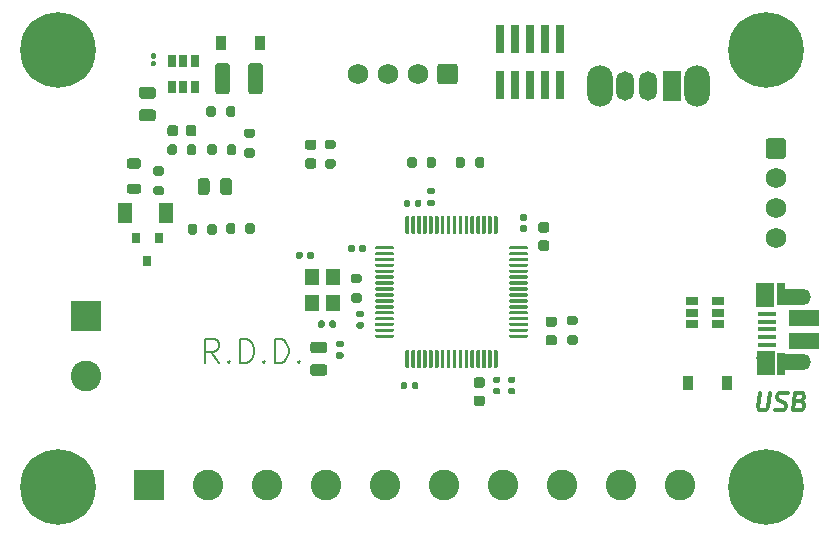
<source format=gbr>
%TF.GenerationSoftware,KiCad,Pcbnew,(5.1.9)-1*%
%TF.CreationDate,2021-03-02T22:26:18+05:30*%
%TF.ProjectId,STM32F4,53544d33-3246-4342-9e6b-696361645f70,rev?*%
%TF.SameCoordinates,Original*%
%TF.FileFunction,Soldermask,Top*%
%TF.FilePolarity,Negative*%
%FSLAX46Y46*%
G04 Gerber Fmt 4.6, Leading zero omitted, Abs format (unit mm)*
G04 Created by KiCad (PCBNEW (5.1.9)-1) date 2021-03-02 22:26:18*
%MOMM*%
%LPD*%
G01*
G04 APERTURE LIST*
%ADD10C,0.200000*%
%ADD11C,0.300000*%
%ADD12C,6.400000*%
%ADD13C,0.800000*%
%ADD14C,2.600000*%
%ADD15R,2.600000X2.600000*%
%ADD16R,0.740000X2.400000*%
%ADD17R,0.800000X0.900000*%
%ADD18R,0.650000X1.060000*%
%ADD19R,1.060000X0.650000*%
%ADD20R,1.200000X1.400000*%
%ADD21C,1.740000*%
%ADD22R,1.500000X2.500000*%
%ADD23O,1.500000X2.500000*%
%ADD24O,2.200000X3.500000*%
%ADD25R,2.000000X1.350000*%
%ADD26R,0.700000X1.825000*%
%ADD27R,1.500000X2.000000*%
%ADD28R,1.650000X0.400000*%
%ADD29O,1.500000X1.100000*%
%ADD30O,1.700000X1.350000*%
%ADD31R,2.500000X1.430000*%
%ADD32R,0.900000X1.200000*%
%ADD33R,1.300000X1.700000*%
G04 APERTURE END LIST*
D10*
X43640476Y-56454761D02*
X42973809Y-55502380D01*
X42497619Y-56454761D02*
X42497619Y-54454761D01*
X43259523Y-54454761D01*
X43450000Y-54550000D01*
X43545238Y-54645238D01*
X43640476Y-54835714D01*
X43640476Y-55121428D01*
X43545238Y-55311904D01*
X43450000Y-55407142D01*
X43259523Y-55502380D01*
X42497619Y-55502380D01*
X44497619Y-56264285D02*
X44592857Y-56359523D01*
X44497619Y-56454761D01*
X44402380Y-56359523D01*
X44497619Y-56264285D01*
X44497619Y-56454761D01*
X45450000Y-56454761D02*
X45450000Y-54454761D01*
X45926190Y-54454761D01*
X46211904Y-54550000D01*
X46402380Y-54740476D01*
X46497619Y-54930952D01*
X46592857Y-55311904D01*
X46592857Y-55597619D01*
X46497619Y-55978571D01*
X46402380Y-56169047D01*
X46211904Y-56359523D01*
X45926190Y-56454761D01*
X45450000Y-56454761D01*
X47450000Y-56264285D02*
X47545238Y-56359523D01*
X47450000Y-56454761D01*
X47354761Y-56359523D01*
X47450000Y-56264285D01*
X47450000Y-56454761D01*
X48402380Y-56454761D02*
X48402380Y-54454761D01*
X48878571Y-54454761D01*
X49164285Y-54550000D01*
X49354761Y-54740476D01*
X49450000Y-54930952D01*
X49545238Y-55311904D01*
X49545238Y-55597619D01*
X49450000Y-55978571D01*
X49354761Y-56169047D01*
X49164285Y-56359523D01*
X48878571Y-56454761D01*
X48402380Y-56454761D01*
X50402380Y-56264285D02*
X50497619Y-56359523D01*
X50402380Y-56454761D01*
X50307142Y-56359523D01*
X50402380Y-56264285D01*
X50402380Y-56454761D01*
D11*
X89438571Y-58978571D02*
X89286785Y-60192857D01*
X89340357Y-60335714D01*
X89402857Y-60407142D01*
X89536785Y-60478571D01*
X89822500Y-60478571D01*
X89974285Y-60407142D01*
X90054642Y-60335714D01*
X90143928Y-60192857D01*
X90295714Y-58978571D01*
X90760000Y-60407142D02*
X90965357Y-60478571D01*
X91322500Y-60478571D01*
X91474285Y-60407142D01*
X91554642Y-60335714D01*
X91643928Y-60192857D01*
X91661785Y-60050000D01*
X91608214Y-59907142D01*
X91545714Y-59835714D01*
X91411785Y-59764285D01*
X91135000Y-59692857D01*
X91001071Y-59621428D01*
X90938571Y-59550000D01*
X90885000Y-59407142D01*
X90902857Y-59264285D01*
X90992142Y-59121428D01*
X91072500Y-59050000D01*
X91224285Y-58978571D01*
X91581428Y-58978571D01*
X91786785Y-59050000D01*
X92849285Y-59692857D02*
X93054642Y-59764285D01*
X93117142Y-59835714D01*
X93170714Y-59978571D01*
X93143928Y-60192857D01*
X93054642Y-60335714D01*
X92974285Y-60407142D01*
X92822500Y-60478571D01*
X92251071Y-60478571D01*
X92438571Y-58978571D01*
X92938571Y-58978571D01*
X93072500Y-59050000D01*
X93135000Y-59121428D01*
X93188571Y-59264285D01*
X93170714Y-59407142D01*
X93081428Y-59550000D01*
X93001071Y-59621428D01*
X92849285Y-59692857D01*
X92349285Y-59692857D01*
%TO.C,U3*%
G36*
G01*
X59436500Y-45481500D02*
X59436500Y-44081500D01*
G75*
G02*
X59511500Y-44006500I75000J0D01*
G01*
X59661500Y-44006500D01*
G75*
G02*
X59736500Y-44081500I0J-75000D01*
G01*
X59736500Y-45481500D01*
G75*
G02*
X59661500Y-45556500I-75000J0D01*
G01*
X59511500Y-45556500D01*
G75*
G02*
X59436500Y-45481500I0J75000D01*
G01*
G37*
G36*
G01*
X59936500Y-45481500D02*
X59936500Y-44081500D01*
G75*
G02*
X60011500Y-44006500I75000J0D01*
G01*
X60161500Y-44006500D01*
G75*
G02*
X60236500Y-44081500I0J-75000D01*
G01*
X60236500Y-45481500D01*
G75*
G02*
X60161500Y-45556500I-75000J0D01*
G01*
X60011500Y-45556500D01*
G75*
G02*
X59936500Y-45481500I0J75000D01*
G01*
G37*
G36*
G01*
X60436500Y-45481500D02*
X60436500Y-44081500D01*
G75*
G02*
X60511500Y-44006500I75000J0D01*
G01*
X60661500Y-44006500D01*
G75*
G02*
X60736500Y-44081500I0J-75000D01*
G01*
X60736500Y-45481500D01*
G75*
G02*
X60661500Y-45556500I-75000J0D01*
G01*
X60511500Y-45556500D01*
G75*
G02*
X60436500Y-45481500I0J75000D01*
G01*
G37*
G36*
G01*
X60936500Y-45481500D02*
X60936500Y-44081500D01*
G75*
G02*
X61011500Y-44006500I75000J0D01*
G01*
X61161500Y-44006500D01*
G75*
G02*
X61236500Y-44081500I0J-75000D01*
G01*
X61236500Y-45481500D01*
G75*
G02*
X61161500Y-45556500I-75000J0D01*
G01*
X61011500Y-45556500D01*
G75*
G02*
X60936500Y-45481500I0J75000D01*
G01*
G37*
G36*
G01*
X61436500Y-45481500D02*
X61436500Y-44081500D01*
G75*
G02*
X61511500Y-44006500I75000J0D01*
G01*
X61661500Y-44006500D01*
G75*
G02*
X61736500Y-44081500I0J-75000D01*
G01*
X61736500Y-45481500D01*
G75*
G02*
X61661500Y-45556500I-75000J0D01*
G01*
X61511500Y-45556500D01*
G75*
G02*
X61436500Y-45481500I0J75000D01*
G01*
G37*
G36*
G01*
X61936500Y-45481500D02*
X61936500Y-44081500D01*
G75*
G02*
X62011500Y-44006500I75000J0D01*
G01*
X62161500Y-44006500D01*
G75*
G02*
X62236500Y-44081500I0J-75000D01*
G01*
X62236500Y-45481500D01*
G75*
G02*
X62161500Y-45556500I-75000J0D01*
G01*
X62011500Y-45556500D01*
G75*
G02*
X61936500Y-45481500I0J75000D01*
G01*
G37*
G36*
G01*
X62436500Y-45481500D02*
X62436500Y-44081500D01*
G75*
G02*
X62511500Y-44006500I75000J0D01*
G01*
X62661500Y-44006500D01*
G75*
G02*
X62736500Y-44081500I0J-75000D01*
G01*
X62736500Y-45481500D01*
G75*
G02*
X62661500Y-45556500I-75000J0D01*
G01*
X62511500Y-45556500D01*
G75*
G02*
X62436500Y-45481500I0J75000D01*
G01*
G37*
G36*
G01*
X62936500Y-45481500D02*
X62936500Y-44081500D01*
G75*
G02*
X63011500Y-44006500I75000J0D01*
G01*
X63161500Y-44006500D01*
G75*
G02*
X63236500Y-44081500I0J-75000D01*
G01*
X63236500Y-45481500D01*
G75*
G02*
X63161500Y-45556500I-75000J0D01*
G01*
X63011500Y-45556500D01*
G75*
G02*
X62936500Y-45481500I0J75000D01*
G01*
G37*
G36*
G01*
X63436500Y-45481500D02*
X63436500Y-44081500D01*
G75*
G02*
X63511500Y-44006500I75000J0D01*
G01*
X63661500Y-44006500D01*
G75*
G02*
X63736500Y-44081500I0J-75000D01*
G01*
X63736500Y-45481500D01*
G75*
G02*
X63661500Y-45556500I-75000J0D01*
G01*
X63511500Y-45556500D01*
G75*
G02*
X63436500Y-45481500I0J75000D01*
G01*
G37*
G36*
G01*
X63936500Y-45481500D02*
X63936500Y-44081500D01*
G75*
G02*
X64011500Y-44006500I75000J0D01*
G01*
X64161500Y-44006500D01*
G75*
G02*
X64236500Y-44081500I0J-75000D01*
G01*
X64236500Y-45481500D01*
G75*
G02*
X64161500Y-45556500I-75000J0D01*
G01*
X64011500Y-45556500D01*
G75*
G02*
X63936500Y-45481500I0J75000D01*
G01*
G37*
G36*
G01*
X64436500Y-45481500D02*
X64436500Y-44081500D01*
G75*
G02*
X64511500Y-44006500I75000J0D01*
G01*
X64661500Y-44006500D01*
G75*
G02*
X64736500Y-44081500I0J-75000D01*
G01*
X64736500Y-45481500D01*
G75*
G02*
X64661500Y-45556500I-75000J0D01*
G01*
X64511500Y-45556500D01*
G75*
G02*
X64436500Y-45481500I0J75000D01*
G01*
G37*
G36*
G01*
X64936500Y-45481500D02*
X64936500Y-44081500D01*
G75*
G02*
X65011500Y-44006500I75000J0D01*
G01*
X65161500Y-44006500D01*
G75*
G02*
X65236500Y-44081500I0J-75000D01*
G01*
X65236500Y-45481500D01*
G75*
G02*
X65161500Y-45556500I-75000J0D01*
G01*
X65011500Y-45556500D01*
G75*
G02*
X64936500Y-45481500I0J75000D01*
G01*
G37*
G36*
G01*
X65436500Y-45481500D02*
X65436500Y-44081500D01*
G75*
G02*
X65511500Y-44006500I75000J0D01*
G01*
X65661500Y-44006500D01*
G75*
G02*
X65736500Y-44081500I0J-75000D01*
G01*
X65736500Y-45481500D01*
G75*
G02*
X65661500Y-45556500I-75000J0D01*
G01*
X65511500Y-45556500D01*
G75*
G02*
X65436500Y-45481500I0J75000D01*
G01*
G37*
G36*
G01*
X65936500Y-45481500D02*
X65936500Y-44081500D01*
G75*
G02*
X66011500Y-44006500I75000J0D01*
G01*
X66161500Y-44006500D01*
G75*
G02*
X66236500Y-44081500I0J-75000D01*
G01*
X66236500Y-45481500D01*
G75*
G02*
X66161500Y-45556500I-75000J0D01*
G01*
X66011500Y-45556500D01*
G75*
G02*
X65936500Y-45481500I0J75000D01*
G01*
G37*
G36*
G01*
X66436500Y-45481500D02*
X66436500Y-44081500D01*
G75*
G02*
X66511500Y-44006500I75000J0D01*
G01*
X66661500Y-44006500D01*
G75*
G02*
X66736500Y-44081500I0J-75000D01*
G01*
X66736500Y-45481500D01*
G75*
G02*
X66661500Y-45556500I-75000J0D01*
G01*
X66511500Y-45556500D01*
G75*
G02*
X66436500Y-45481500I0J75000D01*
G01*
G37*
G36*
G01*
X66936500Y-45481500D02*
X66936500Y-44081500D01*
G75*
G02*
X67011500Y-44006500I75000J0D01*
G01*
X67161500Y-44006500D01*
G75*
G02*
X67236500Y-44081500I0J-75000D01*
G01*
X67236500Y-45481500D01*
G75*
G02*
X67161500Y-45556500I-75000J0D01*
G01*
X67011500Y-45556500D01*
G75*
G02*
X66936500Y-45481500I0J75000D01*
G01*
G37*
G36*
G01*
X68236500Y-46781500D02*
X68236500Y-46631500D01*
G75*
G02*
X68311500Y-46556500I75000J0D01*
G01*
X69711500Y-46556500D01*
G75*
G02*
X69786500Y-46631500I0J-75000D01*
G01*
X69786500Y-46781500D01*
G75*
G02*
X69711500Y-46856500I-75000J0D01*
G01*
X68311500Y-46856500D01*
G75*
G02*
X68236500Y-46781500I0J75000D01*
G01*
G37*
G36*
G01*
X68236500Y-47281500D02*
X68236500Y-47131500D01*
G75*
G02*
X68311500Y-47056500I75000J0D01*
G01*
X69711500Y-47056500D01*
G75*
G02*
X69786500Y-47131500I0J-75000D01*
G01*
X69786500Y-47281500D01*
G75*
G02*
X69711500Y-47356500I-75000J0D01*
G01*
X68311500Y-47356500D01*
G75*
G02*
X68236500Y-47281500I0J75000D01*
G01*
G37*
G36*
G01*
X68236500Y-47781500D02*
X68236500Y-47631500D01*
G75*
G02*
X68311500Y-47556500I75000J0D01*
G01*
X69711500Y-47556500D01*
G75*
G02*
X69786500Y-47631500I0J-75000D01*
G01*
X69786500Y-47781500D01*
G75*
G02*
X69711500Y-47856500I-75000J0D01*
G01*
X68311500Y-47856500D01*
G75*
G02*
X68236500Y-47781500I0J75000D01*
G01*
G37*
G36*
G01*
X68236500Y-48281500D02*
X68236500Y-48131500D01*
G75*
G02*
X68311500Y-48056500I75000J0D01*
G01*
X69711500Y-48056500D01*
G75*
G02*
X69786500Y-48131500I0J-75000D01*
G01*
X69786500Y-48281500D01*
G75*
G02*
X69711500Y-48356500I-75000J0D01*
G01*
X68311500Y-48356500D01*
G75*
G02*
X68236500Y-48281500I0J75000D01*
G01*
G37*
G36*
G01*
X68236500Y-48781500D02*
X68236500Y-48631500D01*
G75*
G02*
X68311500Y-48556500I75000J0D01*
G01*
X69711500Y-48556500D01*
G75*
G02*
X69786500Y-48631500I0J-75000D01*
G01*
X69786500Y-48781500D01*
G75*
G02*
X69711500Y-48856500I-75000J0D01*
G01*
X68311500Y-48856500D01*
G75*
G02*
X68236500Y-48781500I0J75000D01*
G01*
G37*
G36*
G01*
X68236500Y-49281500D02*
X68236500Y-49131500D01*
G75*
G02*
X68311500Y-49056500I75000J0D01*
G01*
X69711500Y-49056500D01*
G75*
G02*
X69786500Y-49131500I0J-75000D01*
G01*
X69786500Y-49281500D01*
G75*
G02*
X69711500Y-49356500I-75000J0D01*
G01*
X68311500Y-49356500D01*
G75*
G02*
X68236500Y-49281500I0J75000D01*
G01*
G37*
G36*
G01*
X68236500Y-49781500D02*
X68236500Y-49631500D01*
G75*
G02*
X68311500Y-49556500I75000J0D01*
G01*
X69711500Y-49556500D01*
G75*
G02*
X69786500Y-49631500I0J-75000D01*
G01*
X69786500Y-49781500D01*
G75*
G02*
X69711500Y-49856500I-75000J0D01*
G01*
X68311500Y-49856500D01*
G75*
G02*
X68236500Y-49781500I0J75000D01*
G01*
G37*
G36*
G01*
X68236500Y-50281500D02*
X68236500Y-50131500D01*
G75*
G02*
X68311500Y-50056500I75000J0D01*
G01*
X69711500Y-50056500D01*
G75*
G02*
X69786500Y-50131500I0J-75000D01*
G01*
X69786500Y-50281500D01*
G75*
G02*
X69711500Y-50356500I-75000J0D01*
G01*
X68311500Y-50356500D01*
G75*
G02*
X68236500Y-50281500I0J75000D01*
G01*
G37*
G36*
G01*
X68236500Y-50781500D02*
X68236500Y-50631500D01*
G75*
G02*
X68311500Y-50556500I75000J0D01*
G01*
X69711500Y-50556500D01*
G75*
G02*
X69786500Y-50631500I0J-75000D01*
G01*
X69786500Y-50781500D01*
G75*
G02*
X69711500Y-50856500I-75000J0D01*
G01*
X68311500Y-50856500D01*
G75*
G02*
X68236500Y-50781500I0J75000D01*
G01*
G37*
G36*
G01*
X68236500Y-51281500D02*
X68236500Y-51131500D01*
G75*
G02*
X68311500Y-51056500I75000J0D01*
G01*
X69711500Y-51056500D01*
G75*
G02*
X69786500Y-51131500I0J-75000D01*
G01*
X69786500Y-51281500D01*
G75*
G02*
X69711500Y-51356500I-75000J0D01*
G01*
X68311500Y-51356500D01*
G75*
G02*
X68236500Y-51281500I0J75000D01*
G01*
G37*
G36*
G01*
X68236500Y-51781500D02*
X68236500Y-51631500D01*
G75*
G02*
X68311500Y-51556500I75000J0D01*
G01*
X69711500Y-51556500D01*
G75*
G02*
X69786500Y-51631500I0J-75000D01*
G01*
X69786500Y-51781500D01*
G75*
G02*
X69711500Y-51856500I-75000J0D01*
G01*
X68311500Y-51856500D01*
G75*
G02*
X68236500Y-51781500I0J75000D01*
G01*
G37*
G36*
G01*
X68236500Y-52281500D02*
X68236500Y-52131500D01*
G75*
G02*
X68311500Y-52056500I75000J0D01*
G01*
X69711500Y-52056500D01*
G75*
G02*
X69786500Y-52131500I0J-75000D01*
G01*
X69786500Y-52281500D01*
G75*
G02*
X69711500Y-52356500I-75000J0D01*
G01*
X68311500Y-52356500D01*
G75*
G02*
X68236500Y-52281500I0J75000D01*
G01*
G37*
G36*
G01*
X68236500Y-52781500D02*
X68236500Y-52631500D01*
G75*
G02*
X68311500Y-52556500I75000J0D01*
G01*
X69711500Y-52556500D01*
G75*
G02*
X69786500Y-52631500I0J-75000D01*
G01*
X69786500Y-52781500D01*
G75*
G02*
X69711500Y-52856500I-75000J0D01*
G01*
X68311500Y-52856500D01*
G75*
G02*
X68236500Y-52781500I0J75000D01*
G01*
G37*
G36*
G01*
X68236500Y-53281500D02*
X68236500Y-53131500D01*
G75*
G02*
X68311500Y-53056500I75000J0D01*
G01*
X69711500Y-53056500D01*
G75*
G02*
X69786500Y-53131500I0J-75000D01*
G01*
X69786500Y-53281500D01*
G75*
G02*
X69711500Y-53356500I-75000J0D01*
G01*
X68311500Y-53356500D01*
G75*
G02*
X68236500Y-53281500I0J75000D01*
G01*
G37*
G36*
G01*
X68236500Y-53781500D02*
X68236500Y-53631500D01*
G75*
G02*
X68311500Y-53556500I75000J0D01*
G01*
X69711500Y-53556500D01*
G75*
G02*
X69786500Y-53631500I0J-75000D01*
G01*
X69786500Y-53781500D01*
G75*
G02*
X69711500Y-53856500I-75000J0D01*
G01*
X68311500Y-53856500D01*
G75*
G02*
X68236500Y-53781500I0J75000D01*
G01*
G37*
G36*
G01*
X68236500Y-54281500D02*
X68236500Y-54131500D01*
G75*
G02*
X68311500Y-54056500I75000J0D01*
G01*
X69711500Y-54056500D01*
G75*
G02*
X69786500Y-54131500I0J-75000D01*
G01*
X69786500Y-54281500D01*
G75*
G02*
X69711500Y-54356500I-75000J0D01*
G01*
X68311500Y-54356500D01*
G75*
G02*
X68236500Y-54281500I0J75000D01*
G01*
G37*
G36*
G01*
X66936500Y-56831500D02*
X66936500Y-55431500D01*
G75*
G02*
X67011500Y-55356500I75000J0D01*
G01*
X67161500Y-55356500D01*
G75*
G02*
X67236500Y-55431500I0J-75000D01*
G01*
X67236500Y-56831500D01*
G75*
G02*
X67161500Y-56906500I-75000J0D01*
G01*
X67011500Y-56906500D01*
G75*
G02*
X66936500Y-56831500I0J75000D01*
G01*
G37*
G36*
G01*
X66436500Y-56831500D02*
X66436500Y-55431500D01*
G75*
G02*
X66511500Y-55356500I75000J0D01*
G01*
X66661500Y-55356500D01*
G75*
G02*
X66736500Y-55431500I0J-75000D01*
G01*
X66736500Y-56831500D01*
G75*
G02*
X66661500Y-56906500I-75000J0D01*
G01*
X66511500Y-56906500D01*
G75*
G02*
X66436500Y-56831500I0J75000D01*
G01*
G37*
G36*
G01*
X65936500Y-56831500D02*
X65936500Y-55431500D01*
G75*
G02*
X66011500Y-55356500I75000J0D01*
G01*
X66161500Y-55356500D01*
G75*
G02*
X66236500Y-55431500I0J-75000D01*
G01*
X66236500Y-56831500D01*
G75*
G02*
X66161500Y-56906500I-75000J0D01*
G01*
X66011500Y-56906500D01*
G75*
G02*
X65936500Y-56831500I0J75000D01*
G01*
G37*
G36*
G01*
X65436500Y-56831500D02*
X65436500Y-55431500D01*
G75*
G02*
X65511500Y-55356500I75000J0D01*
G01*
X65661500Y-55356500D01*
G75*
G02*
X65736500Y-55431500I0J-75000D01*
G01*
X65736500Y-56831500D01*
G75*
G02*
X65661500Y-56906500I-75000J0D01*
G01*
X65511500Y-56906500D01*
G75*
G02*
X65436500Y-56831500I0J75000D01*
G01*
G37*
G36*
G01*
X64936500Y-56831500D02*
X64936500Y-55431500D01*
G75*
G02*
X65011500Y-55356500I75000J0D01*
G01*
X65161500Y-55356500D01*
G75*
G02*
X65236500Y-55431500I0J-75000D01*
G01*
X65236500Y-56831500D01*
G75*
G02*
X65161500Y-56906500I-75000J0D01*
G01*
X65011500Y-56906500D01*
G75*
G02*
X64936500Y-56831500I0J75000D01*
G01*
G37*
G36*
G01*
X64436500Y-56831500D02*
X64436500Y-55431500D01*
G75*
G02*
X64511500Y-55356500I75000J0D01*
G01*
X64661500Y-55356500D01*
G75*
G02*
X64736500Y-55431500I0J-75000D01*
G01*
X64736500Y-56831500D01*
G75*
G02*
X64661500Y-56906500I-75000J0D01*
G01*
X64511500Y-56906500D01*
G75*
G02*
X64436500Y-56831500I0J75000D01*
G01*
G37*
G36*
G01*
X63936500Y-56831500D02*
X63936500Y-55431500D01*
G75*
G02*
X64011500Y-55356500I75000J0D01*
G01*
X64161500Y-55356500D01*
G75*
G02*
X64236500Y-55431500I0J-75000D01*
G01*
X64236500Y-56831500D01*
G75*
G02*
X64161500Y-56906500I-75000J0D01*
G01*
X64011500Y-56906500D01*
G75*
G02*
X63936500Y-56831500I0J75000D01*
G01*
G37*
G36*
G01*
X63436500Y-56831500D02*
X63436500Y-55431500D01*
G75*
G02*
X63511500Y-55356500I75000J0D01*
G01*
X63661500Y-55356500D01*
G75*
G02*
X63736500Y-55431500I0J-75000D01*
G01*
X63736500Y-56831500D01*
G75*
G02*
X63661500Y-56906500I-75000J0D01*
G01*
X63511500Y-56906500D01*
G75*
G02*
X63436500Y-56831500I0J75000D01*
G01*
G37*
G36*
G01*
X62936500Y-56831500D02*
X62936500Y-55431500D01*
G75*
G02*
X63011500Y-55356500I75000J0D01*
G01*
X63161500Y-55356500D01*
G75*
G02*
X63236500Y-55431500I0J-75000D01*
G01*
X63236500Y-56831500D01*
G75*
G02*
X63161500Y-56906500I-75000J0D01*
G01*
X63011500Y-56906500D01*
G75*
G02*
X62936500Y-56831500I0J75000D01*
G01*
G37*
G36*
G01*
X62436500Y-56831500D02*
X62436500Y-55431500D01*
G75*
G02*
X62511500Y-55356500I75000J0D01*
G01*
X62661500Y-55356500D01*
G75*
G02*
X62736500Y-55431500I0J-75000D01*
G01*
X62736500Y-56831500D01*
G75*
G02*
X62661500Y-56906500I-75000J0D01*
G01*
X62511500Y-56906500D01*
G75*
G02*
X62436500Y-56831500I0J75000D01*
G01*
G37*
G36*
G01*
X61936500Y-56831500D02*
X61936500Y-55431500D01*
G75*
G02*
X62011500Y-55356500I75000J0D01*
G01*
X62161500Y-55356500D01*
G75*
G02*
X62236500Y-55431500I0J-75000D01*
G01*
X62236500Y-56831500D01*
G75*
G02*
X62161500Y-56906500I-75000J0D01*
G01*
X62011500Y-56906500D01*
G75*
G02*
X61936500Y-56831500I0J75000D01*
G01*
G37*
G36*
G01*
X61436500Y-56831500D02*
X61436500Y-55431500D01*
G75*
G02*
X61511500Y-55356500I75000J0D01*
G01*
X61661500Y-55356500D01*
G75*
G02*
X61736500Y-55431500I0J-75000D01*
G01*
X61736500Y-56831500D01*
G75*
G02*
X61661500Y-56906500I-75000J0D01*
G01*
X61511500Y-56906500D01*
G75*
G02*
X61436500Y-56831500I0J75000D01*
G01*
G37*
G36*
G01*
X60936500Y-56831500D02*
X60936500Y-55431500D01*
G75*
G02*
X61011500Y-55356500I75000J0D01*
G01*
X61161500Y-55356500D01*
G75*
G02*
X61236500Y-55431500I0J-75000D01*
G01*
X61236500Y-56831500D01*
G75*
G02*
X61161500Y-56906500I-75000J0D01*
G01*
X61011500Y-56906500D01*
G75*
G02*
X60936500Y-56831500I0J75000D01*
G01*
G37*
G36*
G01*
X60436500Y-56831500D02*
X60436500Y-55431500D01*
G75*
G02*
X60511500Y-55356500I75000J0D01*
G01*
X60661500Y-55356500D01*
G75*
G02*
X60736500Y-55431500I0J-75000D01*
G01*
X60736500Y-56831500D01*
G75*
G02*
X60661500Y-56906500I-75000J0D01*
G01*
X60511500Y-56906500D01*
G75*
G02*
X60436500Y-56831500I0J75000D01*
G01*
G37*
G36*
G01*
X59936500Y-56831500D02*
X59936500Y-55431500D01*
G75*
G02*
X60011500Y-55356500I75000J0D01*
G01*
X60161500Y-55356500D01*
G75*
G02*
X60236500Y-55431500I0J-75000D01*
G01*
X60236500Y-56831500D01*
G75*
G02*
X60161500Y-56906500I-75000J0D01*
G01*
X60011500Y-56906500D01*
G75*
G02*
X59936500Y-56831500I0J75000D01*
G01*
G37*
G36*
G01*
X59436500Y-56831500D02*
X59436500Y-55431500D01*
G75*
G02*
X59511500Y-55356500I75000J0D01*
G01*
X59661500Y-55356500D01*
G75*
G02*
X59736500Y-55431500I0J-75000D01*
G01*
X59736500Y-56831500D01*
G75*
G02*
X59661500Y-56906500I-75000J0D01*
G01*
X59511500Y-56906500D01*
G75*
G02*
X59436500Y-56831500I0J75000D01*
G01*
G37*
G36*
G01*
X56886500Y-54281500D02*
X56886500Y-54131500D01*
G75*
G02*
X56961500Y-54056500I75000J0D01*
G01*
X58361500Y-54056500D01*
G75*
G02*
X58436500Y-54131500I0J-75000D01*
G01*
X58436500Y-54281500D01*
G75*
G02*
X58361500Y-54356500I-75000J0D01*
G01*
X56961500Y-54356500D01*
G75*
G02*
X56886500Y-54281500I0J75000D01*
G01*
G37*
G36*
G01*
X56886500Y-53781500D02*
X56886500Y-53631500D01*
G75*
G02*
X56961500Y-53556500I75000J0D01*
G01*
X58361500Y-53556500D01*
G75*
G02*
X58436500Y-53631500I0J-75000D01*
G01*
X58436500Y-53781500D01*
G75*
G02*
X58361500Y-53856500I-75000J0D01*
G01*
X56961500Y-53856500D01*
G75*
G02*
X56886500Y-53781500I0J75000D01*
G01*
G37*
G36*
G01*
X56886500Y-53281500D02*
X56886500Y-53131500D01*
G75*
G02*
X56961500Y-53056500I75000J0D01*
G01*
X58361500Y-53056500D01*
G75*
G02*
X58436500Y-53131500I0J-75000D01*
G01*
X58436500Y-53281500D01*
G75*
G02*
X58361500Y-53356500I-75000J0D01*
G01*
X56961500Y-53356500D01*
G75*
G02*
X56886500Y-53281500I0J75000D01*
G01*
G37*
G36*
G01*
X56886500Y-52781500D02*
X56886500Y-52631500D01*
G75*
G02*
X56961500Y-52556500I75000J0D01*
G01*
X58361500Y-52556500D01*
G75*
G02*
X58436500Y-52631500I0J-75000D01*
G01*
X58436500Y-52781500D01*
G75*
G02*
X58361500Y-52856500I-75000J0D01*
G01*
X56961500Y-52856500D01*
G75*
G02*
X56886500Y-52781500I0J75000D01*
G01*
G37*
G36*
G01*
X56886500Y-52281500D02*
X56886500Y-52131500D01*
G75*
G02*
X56961500Y-52056500I75000J0D01*
G01*
X58361500Y-52056500D01*
G75*
G02*
X58436500Y-52131500I0J-75000D01*
G01*
X58436500Y-52281500D01*
G75*
G02*
X58361500Y-52356500I-75000J0D01*
G01*
X56961500Y-52356500D01*
G75*
G02*
X56886500Y-52281500I0J75000D01*
G01*
G37*
G36*
G01*
X56886500Y-51781500D02*
X56886500Y-51631500D01*
G75*
G02*
X56961500Y-51556500I75000J0D01*
G01*
X58361500Y-51556500D01*
G75*
G02*
X58436500Y-51631500I0J-75000D01*
G01*
X58436500Y-51781500D01*
G75*
G02*
X58361500Y-51856500I-75000J0D01*
G01*
X56961500Y-51856500D01*
G75*
G02*
X56886500Y-51781500I0J75000D01*
G01*
G37*
G36*
G01*
X56886500Y-51281500D02*
X56886500Y-51131500D01*
G75*
G02*
X56961500Y-51056500I75000J0D01*
G01*
X58361500Y-51056500D01*
G75*
G02*
X58436500Y-51131500I0J-75000D01*
G01*
X58436500Y-51281500D01*
G75*
G02*
X58361500Y-51356500I-75000J0D01*
G01*
X56961500Y-51356500D01*
G75*
G02*
X56886500Y-51281500I0J75000D01*
G01*
G37*
G36*
G01*
X56886500Y-50781500D02*
X56886500Y-50631500D01*
G75*
G02*
X56961500Y-50556500I75000J0D01*
G01*
X58361500Y-50556500D01*
G75*
G02*
X58436500Y-50631500I0J-75000D01*
G01*
X58436500Y-50781500D01*
G75*
G02*
X58361500Y-50856500I-75000J0D01*
G01*
X56961500Y-50856500D01*
G75*
G02*
X56886500Y-50781500I0J75000D01*
G01*
G37*
G36*
G01*
X56886500Y-50281500D02*
X56886500Y-50131500D01*
G75*
G02*
X56961500Y-50056500I75000J0D01*
G01*
X58361500Y-50056500D01*
G75*
G02*
X58436500Y-50131500I0J-75000D01*
G01*
X58436500Y-50281500D01*
G75*
G02*
X58361500Y-50356500I-75000J0D01*
G01*
X56961500Y-50356500D01*
G75*
G02*
X56886500Y-50281500I0J75000D01*
G01*
G37*
G36*
G01*
X56886500Y-49781500D02*
X56886500Y-49631500D01*
G75*
G02*
X56961500Y-49556500I75000J0D01*
G01*
X58361500Y-49556500D01*
G75*
G02*
X58436500Y-49631500I0J-75000D01*
G01*
X58436500Y-49781500D01*
G75*
G02*
X58361500Y-49856500I-75000J0D01*
G01*
X56961500Y-49856500D01*
G75*
G02*
X56886500Y-49781500I0J75000D01*
G01*
G37*
G36*
G01*
X56886500Y-49281500D02*
X56886500Y-49131500D01*
G75*
G02*
X56961500Y-49056500I75000J0D01*
G01*
X58361500Y-49056500D01*
G75*
G02*
X58436500Y-49131500I0J-75000D01*
G01*
X58436500Y-49281500D01*
G75*
G02*
X58361500Y-49356500I-75000J0D01*
G01*
X56961500Y-49356500D01*
G75*
G02*
X56886500Y-49281500I0J75000D01*
G01*
G37*
G36*
G01*
X56886500Y-48781500D02*
X56886500Y-48631500D01*
G75*
G02*
X56961500Y-48556500I75000J0D01*
G01*
X58361500Y-48556500D01*
G75*
G02*
X58436500Y-48631500I0J-75000D01*
G01*
X58436500Y-48781500D01*
G75*
G02*
X58361500Y-48856500I-75000J0D01*
G01*
X56961500Y-48856500D01*
G75*
G02*
X56886500Y-48781500I0J75000D01*
G01*
G37*
G36*
G01*
X56886500Y-48281500D02*
X56886500Y-48131500D01*
G75*
G02*
X56961500Y-48056500I75000J0D01*
G01*
X58361500Y-48056500D01*
G75*
G02*
X58436500Y-48131500I0J-75000D01*
G01*
X58436500Y-48281500D01*
G75*
G02*
X58361500Y-48356500I-75000J0D01*
G01*
X56961500Y-48356500D01*
G75*
G02*
X56886500Y-48281500I0J75000D01*
G01*
G37*
G36*
G01*
X56886500Y-47781500D02*
X56886500Y-47631500D01*
G75*
G02*
X56961500Y-47556500I75000J0D01*
G01*
X58361500Y-47556500D01*
G75*
G02*
X58436500Y-47631500I0J-75000D01*
G01*
X58436500Y-47781500D01*
G75*
G02*
X58361500Y-47856500I-75000J0D01*
G01*
X56961500Y-47856500D01*
G75*
G02*
X56886500Y-47781500I0J75000D01*
G01*
G37*
G36*
G01*
X56886500Y-47281500D02*
X56886500Y-47131500D01*
G75*
G02*
X56961500Y-47056500I75000J0D01*
G01*
X58361500Y-47056500D01*
G75*
G02*
X58436500Y-47131500I0J-75000D01*
G01*
X58436500Y-47281500D01*
G75*
G02*
X58361500Y-47356500I-75000J0D01*
G01*
X56961500Y-47356500D01*
G75*
G02*
X56886500Y-47281500I0J75000D01*
G01*
G37*
G36*
G01*
X56886500Y-46781500D02*
X56886500Y-46631500D01*
G75*
G02*
X56961500Y-46556500I75000J0D01*
G01*
X58361500Y-46556500D01*
G75*
G02*
X58436500Y-46631500I0J-75000D01*
G01*
X58436500Y-46781500D01*
G75*
G02*
X58361500Y-46856500I-75000J0D01*
G01*
X56961500Y-46856500D01*
G75*
G02*
X56886500Y-46781500I0J75000D01*
G01*
G37*
%TD*%
D12*
%TO.C,H4*%
X90000000Y-67000000D03*
D13*
X92400000Y-67000000D03*
X91697056Y-68697056D03*
X90000000Y-69400000D03*
X88302944Y-68697056D03*
X87600000Y-67000000D03*
X88302944Y-65302944D03*
X90000000Y-64600000D03*
X91697056Y-65302944D03*
%TD*%
%TO.C,H3*%
X91697056Y-28302944D03*
X90000000Y-27600000D03*
X88302944Y-28302944D03*
X87600000Y-30000000D03*
X88302944Y-31697056D03*
X90000000Y-32400000D03*
X91697056Y-31697056D03*
X92400000Y-30000000D03*
D12*
X90000000Y-30000000D03*
%TD*%
D13*
%TO.C,H2*%
X31697056Y-28302944D03*
X30000000Y-27600000D03*
X28302944Y-28302944D03*
X27600000Y-30000000D03*
X28302944Y-31697056D03*
X30000000Y-32400000D03*
X31697056Y-31697056D03*
X32400000Y-30000000D03*
D12*
X30000000Y-30000000D03*
%TD*%
D13*
%TO.C,H1*%
X31697056Y-65302944D03*
X30000000Y-64600000D03*
X28302944Y-65302944D03*
X27600000Y-67000000D03*
X28302944Y-68697056D03*
X30000000Y-69400000D03*
X31697056Y-68697056D03*
X32400000Y-67000000D03*
D12*
X30000000Y-67000000D03*
%TD*%
%TO.C,C12*%
G36*
G01*
X55770000Y-52600000D02*
X55430000Y-52600000D01*
G75*
G02*
X55290000Y-52460000I0J140000D01*
G01*
X55290000Y-52180000D01*
G75*
G02*
X55430000Y-52040000I140000J0D01*
G01*
X55770000Y-52040000D01*
G75*
G02*
X55910000Y-52180000I0J-140000D01*
G01*
X55910000Y-52460000D01*
G75*
G02*
X55770000Y-52600000I-140000J0D01*
G01*
G37*
G36*
G01*
X55770000Y-53560000D02*
X55430000Y-53560000D01*
G75*
G02*
X55290000Y-53420000I0J140000D01*
G01*
X55290000Y-53140000D01*
G75*
G02*
X55430000Y-53000000I140000J0D01*
G01*
X55770000Y-53000000D01*
G75*
G02*
X55910000Y-53140000I0J-140000D01*
G01*
X55910000Y-53420000D01*
G75*
G02*
X55770000Y-53560000I-140000J0D01*
G01*
G37*
%TD*%
%TO.C,C2*%
G36*
G01*
X40188000Y-36550000D02*
X40188000Y-37050000D01*
G75*
G02*
X39963000Y-37275000I-225000J0D01*
G01*
X39513000Y-37275000D01*
G75*
G02*
X39288000Y-37050000I0J225000D01*
G01*
X39288000Y-36550000D01*
G75*
G02*
X39513000Y-36325000I225000J0D01*
G01*
X39963000Y-36325000D01*
G75*
G02*
X40188000Y-36550000I0J-225000D01*
G01*
G37*
G36*
G01*
X41738000Y-36550000D02*
X41738000Y-37050000D01*
G75*
G02*
X41513000Y-37275000I-225000J0D01*
G01*
X41063000Y-37275000D01*
G75*
G02*
X40838000Y-37050000I0J225000D01*
G01*
X40838000Y-36550000D01*
G75*
G02*
X41063000Y-36325000I225000J0D01*
G01*
X41513000Y-36325000D01*
G75*
G02*
X41738000Y-36550000I0J-225000D01*
G01*
G37*
%TD*%
%TO.C,R4*%
G36*
G01*
X44240000Y-35454000D02*
X44240000Y-34904000D01*
G75*
G02*
X44440000Y-34704000I200000J0D01*
G01*
X44840000Y-34704000D01*
G75*
G02*
X45040000Y-34904000I0J-200000D01*
G01*
X45040000Y-35454000D01*
G75*
G02*
X44840000Y-35654000I-200000J0D01*
G01*
X44440000Y-35654000D01*
G75*
G02*
X44240000Y-35454000I0J200000D01*
G01*
G37*
G36*
G01*
X42590000Y-35454000D02*
X42590000Y-34904000D01*
G75*
G02*
X42790000Y-34704000I200000J0D01*
G01*
X43190000Y-34704000D01*
G75*
G02*
X43390000Y-34904000I0J-200000D01*
G01*
X43390000Y-35454000D01*
G75*
G02*
X43190000Y-35654000I-200000J0D01*
G01*
X42790000Y-35654000D01*
G75*
G02*
X42590000Y-35454000I0J200000D01*
G01*
G37*
%TD*%
%TO.C,R3*%
G36*
G01*
X44304000Y-38692500D02*
X44304000Y-38142500D01*
G75*
G02*
X44504000Y-37942500I200000J0D01*
G01*
X44904000Y-37942500D01*
G75*
G02*
X45104000Y-38142500I0J-200000D01*
G01*
X45104000Y-38692500D01*
G75*
G02*
X44904000Y-38892500I-200000J0D01*
G01*
X44504000Y-38892500D01*
G75*
G02*
X44304000Y-38692500I0J200000D01*
G01*
G37*
G36*
G01*
X42654000Y-38692500D02*
X42654000Y-38142500D01*
G75*
G02*
X42854000Y-37942500I200000J0D01*
G01*
X43254000Y-37942500D01*
G75*
G02*
X43454000Y-38142500I0J-200000D01*
G01*
X43454000Y-38692500D01*
G75*
G02*
X43254000Y-38892500I-200000J0D01*
G01*
X42854000Y-38892500D01*
G75*
G02*
X42654000Y-38692500I0J200000D01*
G01*
G37*
%TD*%
%TO.C,R2*%
G36*
G01*
X41003000Y-45423500D02*
X41003000Y-44873500D01*
G75*
G02*
X41203000Y-44673500I200000J0D01*
G01*
X41603000Y-44673500D01*
G75*
G02*
X41803000Y-44873500I0J-200000D01*
G01*
X41803000Y-45423500D01*
G75*
G02*
X41603000Y-45623500I-200000J0D01*
G01*
X41203000Y-45623500D01*
G75*
G02*
X41003000Y-45423500I0J200000D01*
G01*
G37*
G36*
G01*
X42653000Y-45423500D02*
X42653000Y-44873500D01*
G75*
G02*
X42853000Y-44673500I200000J0D01*
G01*
X43253000Y-44673500D01*
G75*
G02*
X43453000Y-44873500I0J-200000D01*
G01*
X43453000Y-45423500D01*
G75*
G02*
X43253000Y-45623500I-200000J0D01*
G01*
X42853000Y-45623500D01*
G75*
G02*
X42653000Y-45423500I0J200000D01*
G01*
G37*
%TD*%
D14*
%TO.C,J1*%
X32385000Y-57531000D03*
D15*
X32385000Y-52451000D03*
%TD*%
D16*
%TO.C,J3*%
X72540000Y-29050000D03*
X72540000Y-32950000D03*
X71270000Y-29050000D03*
X71270000Y-32950000D03*
X70000000Y-29050000D03*
X70000000Y-32950000D03*
X68730000Y-29050000D03*
X68730000Y-32950000D03*
X67460000Y-29050000D03*
X67460000Y-32950000D03*
%TD*%
D17*
%TO.C,Q1*%
X37592000Y-47863000D03*
X36642000Y-45863000D03*
X38542000Y-45863000D03*
%TD*%
%TO.C,R13*%
G36*
G01*
X60375000Y-39225000D02*
X60375000Y-39775000D01*
G75*
G02*
X60175000Y-39975000I-200000J0D01*
G01*
X59775000Y-39975000D01*
G75*
G02*
X59575000Y-39775000I0J200000D01*
G01*
X59575000Y-39225000D01*
G75*
G02*
X59775000Y-39025000I200000J0D01*
G01*
X60175000Y-39025000D01*
G75*
G02*
X60375000Y-39225000I0J-200000D01*
G01*
G37*
G36*
G01*
X62025000Y-39225000D02*
X62025000Y-39775000D01*
G75*
G02*
X61825000Y-39975000I-200000J0D01*
G01*
X61425000Y-39975000D01*
G75*
G02*
X61225000Y-39775000I0J200000D01*
G01*
X61225000Y-39225000D01*
G75*
G02*
X61425000Y-39025000I200000J0D01*
G01*
X61825000Y-39025000D01*
G75*
G02*
X62025000Y-39225000I0J-200000D01*
G01*
G37*
%TD*%
D18*
%TO.C,U1*%
X39690000Y-33104000D03*
X40640000Y-33104000D03*
X41590000Y-33104000D03*
X41590000Y-30904000D03*
X39690000Y-30904000D03*
X40640000Y-30904000D03*
%TD*%
%TO.C,R1*%
G36*
G01*
X40088000Y-38142500D02*
X40088000Y-38692500D01*
G75*
G02*
X39888000Y-38892500I-200000J0D01*
G01*
X39488000Y-38892500D01*
G75*
G02*
X39288000Y-38692500I0J200000D01*
G01*
X39288000Y-38142500D01*
G75*
G02*
X39488000Y-37942500I200000J0D01*
G01*
X39888000Y-37942500D01*
G75*
G02*
X40088000Y-38142500I0J-200000D01*
G01*
G37*
G36*
G01*
X41738000Y-38142500D02*
X41738000Y-38692500D01*
G75*
G02*
X41538000Y-38892500I-200000J0D01*
G01*
X41138000Y-38892500D01*
G75*
G02*
X40938000Y-38692500I0J200000D01*
G01*
X40938000Y-38142500D01*
G75*
G02*
X41138000Y-37942500I200000J0D01*
G01*
X41538000Y-37942500D01*
G75*
G02*
X41738000Y-38142500I0J-200000D01*
G01*
G37*
%TD*%
%TO.C,R11*%
G36*
G01*
X55547000Y-49714000D02*
X54997000Y-49714000D01*
G75*
G02*
X54797000Y-49514000I0J200000D01*
G01*
X54797000Y-49114000D01*
G75*
G02*
X54997000Y-48914000I200000J0D01*
G01*
X55547000Y-48914000D01*
G75*
G02*
X55747000Y-49114000I0J-200000D01*
G01*
X55747000Y-49514000D01*
G75*
G02*
X55547000Y-49714000I-200000J0D01*
G01*
G37*
G36*
G01*
X55547000Y-51364000D02*
X54997000Y-51364000D01*
G75*
G02*
X54797000Y-51164000I0J200000D01*
G01*
X54797000Y-50764000D01*
G75*
G02*
X54997000Y-50564000I200000J0D01*
G01*
X55547000Y-50564000D01*
G75*
G02*
X55747000Y-50764000I0J-200000D01*
G01*
X55747000Y-51164000D01*
G75*
G02*
X55547000Y-51364000I-200000J0D01*
G01*
G37*
%TD*%
%TO.C,R10*%
G36*
G01*
X61785000Y-42160000D02*
X61415000Y-42160000D01*
G75*
G02*
X61280000Y-42025000I0J135000D01*
G01*
X61280000Y-41755000D01*
G75*
G02*
X61415000Y-41620000I135000J0D01*
G01*
X61785000Y-41620000D01*
G75*
G02*
X61920000Y-41755000I0J-135000D01*
G01*
X61920000Y-42025000D01*
G75*
G02*
X61785000Y-42160000I-135000J0D01*
G01*
G37*
G36*
G01*
X61785000Y-43180000D02*
X61415000Y-43180000D01*
G75*
G02*
X61280000Y-43045000I0J135000D01*
G01*
X61280000Y-42775000D01*
G75*
G02*
X61415000Y-42640000I135000J0D01*
G01*
X61785000Y-42640000D01*
G75*
G02*
X61920000Y-42775000I0J-135000D01*
G01*
X61920000Y-43045000D01*
G75*
G02*
X61785000Y-43180000I-135000J0D01*
G01*
G37*
%TD*%
D19*
%TO.C,U2*%
X85900000Y-52200000D03*
X85900000Y-51250000D03*
X85900000Y-53150000D03*
X83700000Y-53150000D03*
X83700000Y-52200000D03*
X83700000Y-51250000D03*
%TD*%
%TO.C,R6*%
G36*
G01*
X38819500Y-40628000D02*
X38269500Y-40628000D01*
G75*
G02*
X38069500Y-40428000I0J200000D01*
G01*
X38069500Y-40028000D01*
G75*
G02*
X38269500Y-39828000I200000J0D01*
G01*
X38819500Y-39828000D01*
G75*
G02*
X39019500Y-40028000I0J-200000D01*
G01*
X39019500Y-40428000D01*
G75*
G02*
X38819500Y-40628000I-200000J0D01*
G01*
G37*
G36*
G01*
X38819500Y-42278000D02*
X38269500Y-42278000D01*
G75*
G02*
X38069500Y-42078000I0J200000D01*
G01*
X38069500Y-41678000D01*
G75*
G02*
X38269500Y-41478000I200000J0D01*
G01*
X38819500Y-41478000D01*
G75*
G02*
X39019500Y-41678000I0J-200000D01*
G01*
X39019500Y-42078000D01*
G75*
G02*
X38819500Y-42278000I-200000J0D01*
G01*
G37*
%TD*%
%TO.C,R7*%
G36*
G01*
X44241000Y-45360000D02*
X44241000Y-44810000D01*
G75*
G02*
X44441000Y-44610000I200000J0D01*
G01*
X44841000Y-44610000D01*
G75*
G02*
X45041000Y-44810000I0J-200000D01*
G01*
X45041000Y-45360000D01*
G75*
G02*
X44841000Y-45560000I-200000J0D01*
G01*
X44441000Y-45560000D01*
G75*
G02*
X44241000Y-45360000I0J200000D01*
G01*
G37*
G36*
G01*
X45891000Y-45360000D02*
X45891000Y-44810000D01*
G75*
G02*
X46091000Y-44610000I200000J0D01*
G01*
X46491000Y-44610000D01*
G75*
G02*
X46691000Y-44810000I0J-200000D01*
G01*
X46691000Y-45360000D01*
G75*
G02*
X46491000Y-45560000I-200000J0D01*
G01*
X46091000Y-45560000D01*
G75*
G02*
X45891000Y-45360000I0J200000D01*
G01*
G37*
%TD*%
D20*
%TO.C,Y1*%
X53264500Y-49229500D03*
X53264500Y-51429500D03*
X51564500Y-51429500D03*
X51564500Y-49229500D03*
%TD*%
D21*
%TO.C,J4*%
X90800000Y-45920000D03*
X90800000Y-43380000D03*
X90800000Y-40840000D03*
G36*
G01*
X90179999Y-37430000D02*
X91420001Y-37430000D01*
G75*
G02*
X91670000Y-37679999I0J-249999D01*
G01*
X91670000Y-38920001D01*
G75*
G02*
X91420001Y-39170000I-249999J0D01*
G01*
X90179999Y-39170000D01*
G75*
G02*
X89930000Y-38920001I0J249999D01*
G01*
X89930000Y-37679999D01*
G75*
G02*
X90179999Y-37430000I249999J0D01*
G01*
G37*
%TD*%
%TO.C,R9*%
G36*
G01*
X73835000Y-54920000D02*
X73285000Y-54920000D01*
G75*
G02*
X73085000Y-54720000I0J200000D01*
G01*
X73085000Y-54320000D01*
G75*
G02*
X73285000Y-54120000I200000J0D01*
G01*
X73835000Y-54120000D01*
G75*
G02*
X74035000Y-54320000I0J-200000D01*
G01*
X74035000Y-54720000D01*
G75*
G02*
X73835000Y-54920000I-200000J0D01*
G01*
G37*
G36*
G01*
X73835000Y-53270000D02*
X73285000Y-53270000D01*
G75*
G02*
X73085000Y-53070000I0J200000D01*
G01*
X73085000Y-52670000D01*
G75*
G02*
X73285000Y-52470000I200000J0D01*
G01*
X73835000Y-52470000D01*
G75*
G02*
X74035000Y-52670000I0J-200000D01*
G01*
X74035000Y-53070000D01*
G75*
G02*
X73835000Y-53270000I-200000J0D01*
G01*
G37*
%TD*%
D22*
%TO.C,SW1*%
X82000000Y-33000000D03*
D23*
X80000000Y-33000000D03*
X78000000Y-33000000D03*
D24*
X84100000Y-33000000D03*
X75900000Y-33000000D03*
%TD*%
D15*
%TO.C,J2*%
X37719000Y-66802000D03*
D14*
X42719000Y-66802000D03*
X47719000Y-66802000D03*
X52719000Y-66802000D03*
X57719000Y-66802000D03*
X62719000Y-66802000D03*
X67719000Y-66802000D03*
X72719000Y-66802000D03*
X77719000Y-66802000D03*
X82719000Y-66802000D03*
%TD*%
%TO.C,L1*%
G36*
G01*
X43314000Y-33460000D02*
X43314000Y-31310000D01*
G75*
G02*
X43564000Y-31060000I250000J0D01*
G01*
X44314000Y-31060000D01*
G75*
G02*
X44564000Y-31310000I0J-250000D01*
G01*
X44564000Y-33460000D01*
G75*
G02*
X44314000Y-33710000I-250000J0D01*
G01*
X43564000Y-33710000D01*
G75*
G02*
X43314000Y-33460000I0J250000D01*
G01*
G37*
G36*
G01*
X46114000Y-33460000D02*
X46114000Y-31310000D01*
G75*
G02*
X46364000Y-31060000I250000J0D01*
G01*
X47114000Y-31060000D01*
G75*
G02*
X47364000Y-31310000I0J-250000D01*
G01*
X47364000Y-33460000D01*
G75*
G02*
X47114000Y-33710000I-250000J0D01*
G01*
X46364000Y-33710000D01*
G75*
G02*
X46114000Y-33460000I0J250000D01*
G01*
G37*
%TD*%
%TO.C,R12*%
G36*
G01*
X63675000Y-39775000D02*
X63675000Y-39225000D01*
G75*
G02*
X63875000Y-39025000I200000J0D01*
G01*
X64275000Y-39025000D01*
G75*
G02*
X64475000Y-39225000I0J-200000D01*
G01*
X64475000Y-39775000D01*
G75*
G02*
X64275000Y-39975000I-200000J0D01*
G01*
X63875000Y-39975000D01*
G75*
G02*
X63675000Y-39775000I0J200000D01*
G01*
G37*
G36*
G01*
X65325000Y-39775000D02*
X65325000Y-39225000D01*
G75*
G02*
X65525000Y-39025000I200000J0D01*
G01*
X65925000Y-39025000D01*
G75*
G02*
X66125000Y-39225000I0J-200000D01*
G01*
X66125000Y-39775000D01*
G75*
G02*
X65925000Y-39975000I-200000J0D01*
G01*
X65525000Y-39975000D01*
G75*
G02*
X65325000Y-39775000I0J200000D01*
G01*
G37*
%TD*%
%TO.C,J5*%
G36*
G01*
X63870000Y-31379999D02*
X63870000Y-32620001D01*
G75*
G02*
X63620001Y-32870000I-249999J0D01*
G01*
X62379999Y-32870000D01*
G75*
G02*
X62130000Y-32620001I0J249999D01*
G01*
X62130000Y-31379999D01*
G75*
G02*
X62379999Y-31130000I249999J0D01*
G01*
X63620001Y-31130000D01*
G75*
G02*
X63870000Y-31379999I0J-249999D01*
G01*
G37*
D21*
X60460000Y-32000000D03*
X57920000Y-32000000D03*
X55380000Y-32000000D03*
%TD*%
%TO.C,R5*%
G36*
G01*
X53335500Y-40006000D02*
X52785500Y-40006000D01*
G75*
G02*
X52585500Y-39806000I0J200000D01*
G01*
X52585500Y-39406000D01*
G75*
G02*
X52785500Y-39206000I200000J0D01*
G01*
X53335500Y-39206000D01*
G75*
G02*
X53535500Y-39406000I0J-200000D01*
G01*
X53535500Y-39806000D01*
G75*
G02*
X53335500Y-40006000I-200000J0D01*
G01*
G37*
G36*
G01*
X53335500Y-38356000D02*
X52785500Y-38356000D01*
G75*
G02*
X52585500Y-38156000I0J200000D01*
G01*
X52585500Y-37756000D01*
G75*
G02*
X52785500Y-37556000I200000J0D01*
G01*
X53335500Y-37556000D01*
G75*
G02*
X53535500Y-37756000I0J-200000D01*
G01*
X53535500Y-38156000D01*
G75*
G02*
X53335500Y-38356000I-200000J0D01*
G01*
G37*
%TD*%
D25*
%TO.C,J6*%
X91985000Y-50875000D03*
X91985000Y-56355000D03*
D26*
X91235000Y-56575000D03*
X91235000Y-50625000D03*
D27*
X89935000Y-56475000D03*
X89915000Y-50725000D03*
D28*
X90035000Y-54925000D03*
X90035000Y-54275000D03*
X90035000Y-53625000D03*
X90035000Y-52975000D03*
X90035000Y-52325000D03*
D29*
X89915000Y-56045000D03*
X89915000Y-51205000D03*
D30*
X92915000Y-56355000D03*
X92915000Y-50895000D03*
D31*
X93185000Y-54585000D03*
X93185000Y-52665000D03*
%TD*%
%TO.C,L2*%
G36*
G01*
X54047500Y-56126000D02*
X53702500Y-56126000D01*
G75*
G02*
X53555000Y-55978500I0J147500D01*
G01*
X53555000Y-55683500D01*
G75*
G02*
X53702500Y-55536000I147500J0D01*
G01*
X54047500Y-55536000D01*
G75*
G02*
X54195000Y-55683500I0J-147500D01*
G01*
X54195000Y-55978500D01*
G75*
G02*
X54047500Y-56126000I-147500J0D01*
G01*
G37*
G36*
G01*
X54047500Y-55156000D02*
X53702500Y-55156000D01*
G75*
G02*
X53555000Y-55008500I0J147500D01*
G01*
X53555000Y-54713500D01*
G75*
G02*
X53702500Y-54566000I147500J0D01*
G01*
X54047500Y-54566000D01*
G75*
G02*
X54195000Y-54713500I0J-147500D01*
G01*
X54195000Y-55008500D01*
G75*
G02*
X54047500Y-55156000I-147500J0D01*
G01*
G37*
%TD*%
%TO.C,R8*%
G36*
G01*
X45953000Y-36621000D02*
X46503000Y-36621000D01*
G75*
G02*
X46703000Y-36821000I0J-200000D01*
G01*
X46703000Y-37221000D01*
G75*
G02*
X46503000Y-37421000I-200000J0D01*
G01*
X45953000Y-37421000D01*
G75*
G02*
X45753000Y-37221000I0J200000D01*
G01*
X45753000Y-36821000D01*
G75*
G02*
X45953000Y-36621000I200000J0D01*
G01*
G37*
G36*
G01*
X45953000Y-38271000D02*
X46503000Y-38271000D01*
G75*
G02*
X46703000Y-38471000I0J-200000D01*
G01*
X46703000Y-38871000D01*
G75*
G02*
X46503000Y-39071000I-200000J0D01*
G01*
X45953000Y-39071000D01*
G75*
G02*
X45753000Y-38871000I0J200000D01*
G01*
X45753000Y-38471000D01*
G75*
G02*
X45953000Y-38271000I200000J0D01*
G01*
G37*
%TD*%
%TO.C,C3*%
G36*
G01*
X41857000Y-42004000D02*
X41857000Y-41054000D01*
G75*
G02*
X42107000Y-40804000I250000J0D01*
G01*
X42607000Y-40804000D01*
G75*
G02*
X42857000Y-41054000I0J-250000D01*
G01*
X42857000Y-42004000D01*
G75*
G02*
X42607000Y-42254000I-250000J0D01*
G01*
X42107000Y-42254000D01*
G75*
G02*
X41857000Y-42004000I0J250000D01*
G01*
G37*
G36*
G01*
X43757000Y-42004000D02*
X43757000Y-41054000D01*
G75*
G02*
X44007000Y-40804000I250000J0D01*
G01*
X44507000Y-40804000D01*
G75*
G02*
X44757000Y-41054000I0J-250000D01*
G01*
X44757000Y-42004000D01*
G75*
G02*
X44507000Y-42254000I-250000J0D01*
G01*
X44007000Y-42254000D01*
G75*
G02*
X43757000Y-42004000I0J250000D01*
G01*
G37*
%TD*%
%TO.C,C16*%
G36*
G01*
X52586280Y-53009980D02*
X52586280Y-53349980D01*
G75*
G02*
X52446280Y-53489980I-140000J0D01*
G01*
X52166280Y-53489980D01*
G75*
G02*
X52026280Y-53349980I0J140000D01*
G01*
X52026280Y-53009980D01*
G75*
G02*
X52166280Y-52869980I140000J0D01*
G01*
X52446280Y-52869980D01*
G75*
G02*
X52586280Y-53009980I0J-140000D01*
G01*
G37*
G36*
G01*
X53546280Y-53009980D02*
X53546280Y-53349980D01*
G75*
G02*
X53406280Y-53489980I-140000J0D01*
G01*
X53126280Y-53489980D01*
G75*
G02*
X52986280Y-53349980I0J140000D01*
G01*
X52986280Y-53009980D01*
G75*
G02*
X53126280Y-52869980I140000J0D01*
G01*
X53406280Y-52869980D01*
G75*
G02*
X53546280Y-53009980I0J-140000D01*
G01*
G37*
%TD*%
D32*
%TO.C,D1*%
X83350000Y-58200000D03*
X86650000Y-58200000D03*
%TD*%
%TO.C,C1*%
G36*
G01*
X38000000Y-30250000D02*
X38200000Y-30250000D01*
G75*
G02*
X38300000Y-30350000I0J-100000D01*
G01*
X38300000Y-30610000D01*
G75*
G02*
X38200000Y-30710000I-100000J0D01*
G01*
X38000000Y-30710000D01*
G75*
G02*
X37900000Y-30610000I0J100000D01*
G01*
X37900000Y-30350000D01*
G75*
G02*
X38000000Y-30250000I100000J0D01*
G01*
G37*
G36*
G01*
X38000000Y-30890000D02*
X38200000Y-30890000D01*
G75*
G02*
X38300000Y-30990000I0J-100000D01*
G01*
X38300000Y-31250000D01*
G75*
G02*
X38200000Y-31350000I-100000J0D01*
G01*
X38000000Y-31350000D01*
G75*
G02*
X37900000Y-31250000I0J100000D01*
G01*
X37900000Y-30990000D01*
G75*
G02*
X38000000Y-30890000I100000J0D01*
G01*
G37*
%TD*%
D33*
%TO.C,D3*%
X39150000Y-43800000D03*
X35650000Y-43800000D03*
%TD*%
%TO.C,D2*%
G36*
G01*
X51665750Y-40006000D02*
X51153250Y-40006000D01*
G75*
G02*
X50934500Y-39787250I0J218750D01*
G01*
X50934500Y-39349750D01*
G75*
G02*
X51153250Y-39131000I218750J0D01*
G01*
X51665750Y-39131000D01*
G75*
G02*
X51884500Y-39349750I0J-218750D01*
G01*
X51884500Y-39787250D01*
G75*
G02*
X51665750Y-40006000I-218750J0D01*
G01*
G37*
G36*
G01*
X51665750Y-38431000D02*
X51153250Y-38431000D01*
G75*
G02*
X50934500Y-38212250I0J218750D01*
G01*
X50934500Y-37774750D01*
G75*
G02*
X51153250Y-37556000I218750J0D01*
G01*
X51665750Y-37556000D01*
G75*
G02*
X51884500Y-37774750I0J-218750D01*
G01*
X51884500Y-38212250D01*
G75*
G02*
X51665750Y-38431000I-218750J0D01*
G01*
G37*
%TD*%
D32*
%TO.C,D4*%
X47116000Y-29337000D03*
X43816000Y-29337000D03*
%TD*%
%TO.C,D5*%
G36*
G01*
X72038250Y-54983500D02*
X71525750Y-54983500D01*
G75*
G02*
X71307000Y-54764750I0J218750D01*
G01*
X71307000Y-54327250D01*
G75*
G02*
X71525750Y-54108500I218750J0D01*
G01*
X72038250Y-54108500D01*
G75*
G02*
X72257000Y-54327250I0J-218750D01*
G01*
X72257000Y-54764750D01*
G75*
G02*
X72038250Y-54983500I-218750J0D01*
G01*
G37*
G36*
G01*
X72038250Y-53408500D02*
X71525750Y-53408500D01*
G75*
G02*
X71307000Y-53189750I0J218750D01*
G01*
X71307000Y-52752250D01*
G75*
G02*
X71525750Y-52533500I218750J0D01*
G01*
X72038250Y-52533500D01*
G75*
G02*
X72257000Y-52752250I0J-218750D01*
G01*
X72257000Y-53189750D01*
G75*
G02*
X72038250Y-53408500I-218750J0D01*
G01*
G37*
%TD*%
%TO.C,FB1*%
G36*
G01*
X36068750Y-41275000D02*
X36831250Y-41275000D01*
G75*
G02*
X37050000Y-41493750I0J-218750D01*
G01*
X37050000Y-41931250D01*
G75*
G02*
X36831250Y-42150000I-218750J0D01*
G01*
X36068750Y-42150000D01*
G75*
G02*
X35850000Y-41931250I0J218750D01*
G01*
X35850000Y-41493750D01*
G75*
G02*
X36068750Y-41275000I218750J0D01*
G01*
G37*
G36*
G01*
X36068750Y-39150000D02*
X36831250Y-39150000D01*
G75*
G02*
X37050000Y-39368750I0J-218750D01*
G01*
X37050000Y-39806250D01*
G75*
G02*
X36831250Y-40025000I-218750J0D01*
G01*
X36068750Y-40025000D01*
G75*
G02*
X35850000Y-39806250I0J218750D01*
G01*
X35850000Y-39368750D01*
G75*
G02*
X36068750Y-39150000I218750J0D01*
G01*
G37*
%TD*%
%TO.C,C7*%
G36*
G01*
X59274500Y-43133500D02*
X59274500Y-42793500D01*
G75*
G02*
X59414500Y-42653500I140000J0D01*
G01*
X59694500Y-42653500D01*
G75*
G02*
X59834500Y-42793500I0J-140000D01*
G01*
X59834500Y-43133500D01*
G75*
G02*
X59694500Y-43273500I-140000J0D01*
G01*
X59414500Y-43273500D01*
G75*
G02*
X59274500Y-43133500I0J140000D01*
G01*
G37*
G36*
G01*
X60234500Y-43133500D02*
X60234500Y-42793500D01*
G75*
G02*
X60374500Y-42653500I140000J0D01*
G01*
X60654500Y-42653500D01*
G75*
G02*
X60794500Y-42793500I0J-140000D01*
G01*
X60794500Y-43133500D01*
G75*
G02*
X60654500Y-43273500I-140000J0D01*
G01*
X60374500Y-43273500D01*
G75*
G02*
X60234500Y-43133500I0J140000D01*
G01*
G37*
%TD*%
%TO.C,C5*%
G36*
G01*
X66996600Y-58574000D02*
X67336600Y-58574000D01*
G75*
G02*
X67476600Y-58714000I0J-140000D01*
G01*
X67476600Y-58994000D01*
G75*
G02*
X67336600Y-59134000I-140000J0D01*
G01*
X66996600Y-59134000D01*
G75*
G02*
X66856600Y-58994000I0J140000D01*
G01*
X66856600Y-58714000D01*
G75*
G02*
X66996600Y-58574000I140000J0D01*
G01*
G37*
G36*
G01*
X66996600Y-57614000D02*
X67336600Y-57614000D01*
G75*
G02*
X67476600Y-57754000I0J-140000D01*
G01*
X67476600Y-58034000D01*
G75*
G02*
X67336600Y-58174000I-140000J0D01*
G01*
X66996600Y-58174000D01*
G75*
G02*
X66856600Y-58034000I0J140000D01*
G01*
X66856600Y-57754000D01*
G75*
G02*
X66996600Y-57614000I140000J0D01*
G01*
G37*
%TD*%
%TO.C,C8*%
G36*
G01*
X69602500Y-45374500D02*
X69262500Y-45374500D01*
G75*
G02*
X69122500Y-45234500I0J140000D01*
G01*
X69122500Y-44954500D01*
G75*
G02*
X69262500Y-44814500I140000J0D01*
G01*
X69602500Y-44814500D01*
G75*
G02*
X69742500Y-44954500I0J-140000D01*
G01*
X69742500Y-45234500D01*
G75*
G02*
X69602500Y-45374500I-140000J0D01*
G01*
G37*
G36*
G01*
X69602500Y-44414500D02*
X69262500Y-44414500D01*
G75*
G02*
X69122500Y-44274500I0J140000D01*
G01*
X69122500Y-43994500D01*
G75*
G02*
X69262500Y-43854500I140000J0D01*
G01*
X69602500Y-43854500D01*
G75*
G02*
X69742500Y-43994500I0J-140000D01*
G01*
X69742500Y-44274500D01*
G75*
G02*
X69602500Y-44414500I-140000J0D01*
G01*
G37*
%TD*%
%TO.C,C11*%
G36*
G01*
X51622000Y-56558000D02*
X52572000Y-56558000D01*
G75*
G02*
X52822000Y-56808000I0J-250000D01*
G01*
X52822000Y-57308000D01*
G75*
G02*
X52572000Y-57558000I-250000J0D01*
G01*
X51622000Y-57558000D01*
G75*
G02*
X51372000Y-57308000I0J250000D01*
G01*
X51372000Y-56808000D01*
G75*
G02*
X51622000Y-56558000I250000J0D01*
G01*
G37*
G36*
G01*
X51622000Y-54658000D02*
X52572000Y-54658000D01*
G75*
G02*
X52822000Y-54908000I0J-250000D01*
G01*
X52822000Y-55408000D01*
G75*
G02*
X52572000Y-55658000I-250000J0D01*
G01*
X51622000Y-55658000D01*
G75*
G02*
X51372000Y-55408000I0J250000D01*
G01*
X51372000Y-54908000D01*
G75*
G02*
X51622000Y-54658000I250000J0D01*
G01*
G37*
%TD*%
%TO.C,C14*%
G36*
G01*
X71397000Y-46982500D02*
X70897000Y-46982500D01*
G75*
G02*
X70672000Y-46757500I0J225000D01*
G01*
X70672000Y-46307500D01*
G75*
G02*
X70897000Y-46082500I225000J0D01*
G01*
X71397000Y-46082500D01*
G75*
G02*
X71622000Y-46307500I0J-225000D01*
G01*
X71622000Y-46757500D01*
G75*
G02*
X71397000Y-46982500I-225000J0D01*
G01*
G37*
G36*
G01*
X71397000Y-45432500D02*
X70897000Y-45432500D01*
G75*
G02*
X70672000Y-45207500I0J225000D01*
G01*
X70672000Y-44757500D01*
G75*
G02*
X70897000Y-44532500I225000J0D01*
G01*
X71397000Y-44532500D01*
G75*
G02*
X71622000Y-44757500I0J-225000D01*
G01*
X71622000Y-45207500D01*
G75*
G02*
X71397000Y-45432500I-225000J0D01*
G01*
G37*
%TD*%
%TO.C,C13*%
G36*
G01*
X65436000Y-57677000D02*
X65936000Y-57677000D01*
G75*
G02*
X66161000Y-57902000I0J-225000D01*
G01*
X66161000Y-58352000D01*
G75*
G02*
X65936000Y-58577000I-225000J0D01*
G01*
X65436000Y-58577000D01*
G75*
G02*
X65211000Y-58352000I0J225000D01*
G01*
X65211000Y-57902000D01*
G75*
G02*
X65436000Y-57677000I225000J0D01*
G01*
G37*
G36*
G01*
X65436000Y-59227000D02*
X65936000Y-59227000D01*
G75*
G02*
X66161000Y-59452000I0J-225000D01*
G01*
X66161000Y-59902000D01*
G75*
G02*
X65936000Y-60127000I-225000J0D01*
G01*
X65436000Y-60127000D01*
G75*
G02*
X65211000Y-59902000I0J225000D01*
G01*
X65211000Y-59452000D01*
G75*
G02*
X65436000Y-59227000I225000J0D01*
G01*
G37*
%TD*%
%TO.C,C15*%
G36*
G01*
X51689540Y-47185760D02*
X51689540Y-47525760D01*
G75*
G02*
X51549540Y-47665760I-140000J0D01*
G01*
X51269540Y-47665760D01*
G75*
G02*
X51129540Y-47525760I0J140000D01*
G01*
X51129540Y-47185760D01*
G75*
G02*
X51269540Y-47045760I140000J0D01*
G01*
X51549540Y-47045760D01*
G75*
G02*
X51689540Y-47185760I0J-140000D01*
G01*
G37*
G36*
G01*
X50729540Y-47185760D02*
X50729540Y-47525760D01*
G75*
G02*
X50589540Y-47665760I-140000J0D01*
G01*
X50309540Y-47665760D01*
G75*
G02*
X50169540Y-47525760I0J140000D01*
G01*
X50169540Y-47185760D01*
G75*
G02*
X50309540Y-47045760I140000J0D01*
G01*
X50589540Y-47045760D01*
G75*
G02*
X50729540Y-47185760I0J-140000D01*
G01*
G37*
%TD*%
%TO.C,C9*%
G36*
G01*
X59580000Y-58230000D02*
X59580000Y-58570000D01*
G75*
G02*
X59440000Y-58710000I-140000J0D01*
G01*
X59160000Y-58710000D01*
G75*
G02*
X59020000Y-58570000I0J140000D01*
G01*
X59020000Y-58230000D01*
G75*
G02*
X59160000Y-58090000I140000J0D01*
G01*
X59440000Y-58090000D01*
G75*
G02*
X59580000Y-58230000I0J-140000D01*
G01*
G37*
G36*
G01*
X60540000Y-58230000D02*
X60540000Y-58570000D01*
G75*
G02*
X60400000Y-58710000I-140000J0D01*
G01*
X60120000Y-58710000D01*
G75*
G02*
X59980000Y-58570000I0J140000D01*
G01*
X59980000Y-58230000D01*
G75*
G02*
X60120000Y-58090000I140000J0D01*
G01*
X60400000Y-58090000D01*
G75*
G02*
X60540000Y-58230000I0J-140000D01*
G01*
G37*
%TD*%
%TO.C,C6*%
G36*
G01*
X55135500Y-46603500D02*
X55135500Y-46943500D01*
G75*
G02*
X54995500Y-47083500I-140000J0D01*
G01*
X54715500Y-47083500D01*
G75*
G02*
X54575500Y-46943500I0J140000D01*
G01*
X54575500Y-46603500D01*
G75*
G02*
X54715500Y-46463500I140000J0D01*
G01*
X54995500Y-46463500D01*
G75*
G02*
X55135500Y-46603500I0J-140000D01*
G01*
G37*
G36*
G01*
X56095500Y-46603500D02*
X56095500Y-46943500D01*
G75*
G02*
X55955500Y-47083500I-140000J0D01*
G01*
X55675500Y-47083500D01*
G75*
G02*
X55535500Y-46943500I0J140000D01*
G01*
X55535500Y-46603500D01*
G75*
G02*
X55675500Y-46463500I140000J0D01*
G01*
X55955500Y-46463500D01*
G75*
G02*
X56095500Y-46603500I0J-140000D01*
G01*
G37*
%TD*%
%TO.C,C4*%
G36*
G01*
X37117000Y-34994000D02*
X38067000Y-34994000D01*
G75*
G02*
X38317000Y-35244000I0J-250000D01*
G01*
X38317000Y-35744000D01*
G75*
G02*
X38067000Y-35994000I-250000J0D01*
G01*
X37117000Y-35994000D01*
G75*
G02*
X36867000Y-35744000I0J250000D01*
G01*
X36867000Y-35244000D01*
G75*
G02*
X37117000Y-34994000I250000J0D01*
G01*
G37*
G36*
G01*
X37117000Y-33094000D02*
X38067000Y-33094000D01*
G75*
G02*
X38317000Y-33344000I0J-250000D01*
G01*
X38317000Y-33844000D01*
G75*
G02*
X38067000Y-34094000I-250000J0D01*
G01*
X37117000Y-34094000D01*
G75*
G02*
X36867000Y-33844000I0J250000D01*
G01*
X36867000Y-33344000D01*
G75*
G02*
X37117000Y-33094000I250000J0D01*
G01*
G37*
%TD*%
%TO.C,C10*%
G36*
G01*
X68266600Y-57614000D02*
X68606600Y-57614000D01*
G75*
G02*
X68746600Y-57754000I0J-140000D01*
G01*
X68746600Y-58034000D01*
G75*
G02*
X68606600Y-58174000I-140000J0D01*
G01*
X68266600Y-58174000D01*
G75*
G02*
X68126600Y-58034000I0J140000D01*
G01*
X68126600Y-57754000D01*
G75*
G02*
X68266600Y-57614000I140000J0D01*
G01*
G37*
G36*
G01*
X68266600Y-58574000D02*
X68606600Y-58574000D01*
G75*
G02*
X68746600Y-58714000I0J-140000D01*
G01*
X68746600Y-58994000D01*
G75*
G02*
X68606600Y-59134000I-140000J0D01*
G01*
X68266600Y-59134000D01*
G75*
G02*
X68126600Y-58994000I0J140000D01*
G01*
X68126600Y-58714000D01*
G75*
G02*
X68266600Y-58574000I140000J0D01*
G01*
G37*
%TD*%
M02*

</source>
